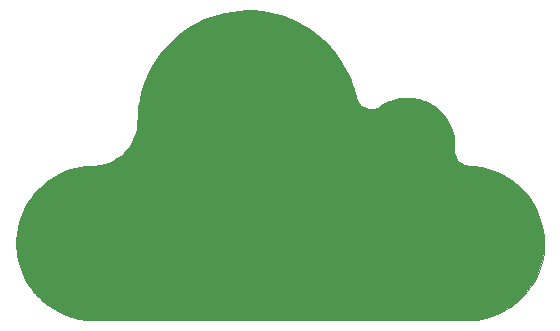
<source format=gbr>
%TF.GenerationSoftware,KiCad,Pcbnew,(6.0.4)*%
%TF.CreationDate,2022-04-09T23:31:34+02:00*%
%TF.ProjectId,cloud,636c6f75-642e-46b6-9963-61645f706362,rev?*%
%TF.SameCoordinates,Original*%
%TF.FileFunction,Legend,Top*%
%TF.FilePolarity,Positive*%
%FSLAX46Y46*%
G04 Gerber Fmt 4.6, Leading zero omitted, Abs format (unit mm)*
G04 Created by KiCad (PCBNEW (6.0.4)) date 2022-04-09 23:31:34*
%MOMM*%
%LPD*%
G01*
G04 APERTURE LIST*
%ADD10C,0.500000*%
%ADD11C,0.010000*%
G04 APERTURE END LIST*
D10*
%TO.C,X1*%
X-3953000Y3429000D02*
G75*
G03*
X-3953000Y3429000I-1000000J0D01*
G01*
%TO.C,N1*%
G36*
X-2253407Y13127244D02*
G01*
X-1635638Y13075447D01*
X-1019535Y12982123D01*
X-870137Y12953091D01*
X-260165Y12808119D01*
X334483Y12624312D01*
X912259Y12402862D01*
X1471613Y12144959D01*
X2010998Y11851796D01*
X2528866Y11524565D01*
X3023667Y11164456D01*
X3493853Y10772662D01*
X3937876Y10350373D01*
X4354188Y9898783D01*
X4741240Y9419082D01*
X5097484Y8912462D01*
X5421371Y8380114D01*
X5660872Y7926960D01*
X5829481Y7569020D01*
X5977818Y7216502D01*
X6110189Y6857685D01*
X6230896Y6480849D01*
X6344244Y6074275D01*
X6351674Y6045709D01*
X6387118Y5913327D01*
X6422910Y5787502D01*
X6456415Y5676948D01*
X6484994Y5590376D01*
X6505446Y5537709D01*
X6577796Y5407701D01*
X6672152Y5275499D01*
X6776668Y5156360D01*
X6861338Y5079356D01*
X7060376Y4947693D01*
X7274304Y4853863D01*
X7498588Y4798856D01*
X7728693Y4783663D01*
X7960085Y4809273D01*
X8027651Y4824696D01*
X8116702Y4849358D01*
X8194889Y4876460D01*
X8271443Y4910538D01*
X8355596Y4956122D01*
X8456581Y5017748D01*
X8569952Y5090975D01*
X8898831Y5283723D01*
X9250778Y5447842D01*
X9613765Y5578047D01*
X9791129Y5627641D01*
X10129470Y5694858D01*
X10486918Y5731933D01*
X10852897Y5738909D01*
X11216831Y5715829D01*
X11568144Y5662735D01*
X11755879Y5619790D01*
X12145370Y5497165D01*
X12516599Y5337416D01*
X12867352Y5142589D01*
X13195417Y4914733D01*
X13498583Y4655894D01*
X13774637Y4368120D01*
X14021366Y4053459D01*
X14236560Y3713959D01*
X14418005Y3351666D01*
X14538108Y3044672D01*
X14632740Y2731374D01*
X14698631Y2419616D01*
X14737271Y2098931D01*
X14750148Y1758851D01*
X14747275Y1574544D01*
X14743760Y1378763D01*
X14747658Y1216687D01*
X14760204Y1080141D01*
X14782631Y960950D01*
X14816175Y850940D01*
X14862071Y741935D01*
X14877985Y709106D01*
X15001170Y507879D01*
X15156672Y332949D01*
X15339669Y188961D01*
X15466908Y113415D01*
X15590712Y57861D01*
X15722969Y18613D01*
X15875569Y-8014D01*
X16023167Y-22932D01*
X16335794Y-50245D01*
X16614075Y-80753D01*
X16865956Y-115751D01*
X17099382Y-156534D01*
X17322298Y-204395D01*
X17542650Y-260630D01*
X17625933Y-284052D01*
X18123398Y-448437D01*
X18599523Y-649195D01*
X19054875Y-886663D01*
X19490023Y-1161176D01*
X19905533Y-1473072D01*
X20301973Y-1822687D01*
X20427741Y-1945425D01*
X20790518Y-2336649D01*
X21115655Y-2747165D01*
X21403205Y-3177089D01*
X21653227Y-3626538D01*
X21865775Y-4095629D01*
X22040906Y-4584479D01*
X22178676Y-5093204D01*
X22279140Y-5621921D01*
X22313063Y-5873750D01*
X22325181Y-6012492D01*
X22333461Y-6183249D01*
X22337975Y-6375884D01*
X22338797Y-6580260D01*
X22335999Y-6786240D01*
X22329656Y-6983686D01*
X22319840Y-7162462D01*
X22306624Y-7312431D01*
X22302424Y-7347121D01*
X22212412Y-7881107D01*
X22083997Y-8397458D01*
X21917275Y-8895944D01*
X21712338Y-9376340D01*
X21469284Y-9838416D01*
X21188207Y-10281947D01*
X20930532Y-10630234D01*
X20842803Y-10735241D01*
X20730697Y-10860320D01*
X20601200Y-10998434D01*
X20461297Y-11142547D01*
X20317972Y-11285626D01*
X20178210Y-11420633D01*
X20048996Y-11540534D01*
X19937314Y-11638294D01*
X19896667Y-11671576D01*
X19628996Y-11871259D01*
X19332747Y-12068545D01*
X19020341Y-12256101D01*
X18704198Y-12426594D01*
X18396738Y-12572690D01*
X18301718Y-12613296D01*
X17897807Y-12763111D01*
X17460158Y-12891975D01*
X16992366Y-12998894D01*
X16742833Y-13044739D01*
X16478250Y-13089531D01*
X105833Y-13092225D01*
X-725937Y-13092352D01*
X-1547508Y-13092457D01*
X-2357852Y-13092541D01*
X-3155943Y-13092604D01*
X-3940753Y-13092647D01*
X-4711256Y-13092669D01*
X-5466425Y-13092672D01*
X-6205233Y-13092655D01*
X-6926654Y-13092618D01*
X-7629660Y-13092563D01*
X-8313224Y-13092489D01*
X-8976321Y-13092397D01*
X-9617922Y-13092287D01*
X-10237001Y-13092159D01*
X-10832532Y-13092013D01*
X-11403487Y-13091851D01*
X-11948839Y-13091672D01*
X-12467563Y-13091477D01*
X-12958630Y-13091265D01*
X-13421014Y-13091038D01*
X-13853689Y-13090795D01*
X-14255626Y-13090538D01*
X-14625801Y-13090265D01*
X-14963185Y-13089978D01*
X-15266752Y-13089677D01*
X-15535474Y-13089362D01*
X-15768326Y-13089034D01*
X-15964281Y-13088692D01*
X-16122311Y-13088338D01*
X-16241389Y-13087971D01*
X-16320490Y-13087592D01*
X-16358585Y-13087200D01*
X-16361833Y-13087083D01*
X-16477461Y-13074902D01*
X-16622149Y-13055624D01*
X-16783604Y-13031216D01*
X-16949535Y-13003639D01*
X-17107649Y-12974859D01*
X-17245654Y-12946840D01*
X-17261683Y-12943310D01*
X-17702792Y-12825922D01*
X-18146494Y-12670935D01*
X-18585441Y-12481896D01*
X-19012287Y-12262356D01*
X-19419684Y-12015865D01*
X-19800286Y-11745972D01*
X-19896667Y-11670220D01*
X-20011416Y-11573329D01*
X-20145055Y-11452914D01*
X-20289053Y-11317313D01*
X-20434880Y-11174865D01*
X-20574006Y-11033910D01*
X-20697900Y-10902788D01*
X-20798033Y-10789838D01*
X-20801972Y-10785163D01*
X-21128574Y-10364720D01*
X-21416942Y-9926198D01*
X-21667140Y-9469453D01*
X-21879230Y-8994338D01*
X-22053277Y-8500711D01*
X-22189343Y-7988425D01*
X-22287491Y-7457336D01*
X-22302502Y-7349407D01*
X-22318303Y-7193895D01*
X-22329718Y-7007410D01*
X-22336746Y-6800097D01*
X-22339387Y-6582102D01*
X-22337641Y-6363571D01*
X-22331508Y-6154651D01*
X-22320988Y-5965487D01*
X-22306081Y-5806226D01*
X-22302524Y-5778500D01*
X-22219155Y-5278484D01*
X-22107888Y-4806365D01*
X-21967076Y-4356825D01*
X-21795070Y-3924549D01*
X-21607432Y-3536724D01*
X-21346294Y-3084567D01*
X-21052343Y-2657291D01*
X-20727572Y-2256466D01*
X-20373976Y-1883663D01*
X-19993551Y-1540452D01*
X-19588290Y-1228403D01*
X-19160188Y-949087D01*
X-18711241Y-704075D01*
X-18243441Y-494935D01*
X-17758785Y-323240D01*
X-17399000Y-223313D01*
X-17188451Y-173886D01*
X-16991614Y-133433D01*
X-16799258Y-100739D01*
X-16602149Y-74592D01*
X-16391054Y-53778D01*
X-16156740Y-37083D01*
X-15889973Y-23294D01*
X-15870764Y-22447D01*
X-15722069Y-14700D01*
X-15574140Y-4764D01*
X-15437096Y6519D01*
X-15321059Y18309D01*
X-15236148Y29762D01*
X-15229417Y30916D01*
X-14844782Y119850D01*
X-14475527Y246863D01*
X-14123948Y409777D01*
X-13792342Y606410D01*
X-13483004Y834582D01*
X-13198231Y1092112D01*
X-12940320Y1376820D01*
X-12711565Y1686526D01*
X-12514265Y2019049D01*
X-12350714Y2372209D01*
X-12223210Y2743825D01*
X-12174682Y2931583D01*
X-12151144Y3040163D01*
X-12131611Y3147560D01*
X-12115439Y3260333D01*
X-12101988Y3385040D01*
X-12090613Y3528238D01*
X-12080674Y3696484D01*
X-12071528Y3896336D01*
X-12065831Y4042833D01*
X-12058100Y4217483D01*
X-12047754Y4400637D01*
X-12035579Y4581131D01*
X-12022364Y4747801D01*
X-12008896Y4889484D01*
X-12001630Y4953000D01*
X-11904023Y5567883D01*
X-11766209Y6171518D01*
X-11589228Y6762183D01*
X-11374120Y7338157D01*
X-11121925Y7897718D01*
X-10833684Y8439146D01*
X-10510437Y8960718D01*
X-10153224Y9460715D01*
X-9763085Y9937415D01*
X-9341060Y10389096D01*
X-8888190Y10814037D01*
X-8405514Y11210517D01*
X-8072424Y11454858D01*
X-7550565Y11794922D01*
X-7009906Y12097715D01*
X-6452494Y12362812D01*
X-5880374Y12589788D01*
X-5295593Y12778216D01*
X-4700198Y12927671D01*
X-4096236Y13037726D01*
X-3485752Y13107958D01*
X-2870793Y13137939D01*
X-2253407Y13127244D01*
G37*
D11*
X-2253407Y13127244D02*
X-1635638Y13075447D01*
X-1019535Y12982123D01*
X-870137Y12953091D01*
X-260165Y12808119D01*
X334483Y12624312D01*
X912259Y12402862D01*
X1471613Y12144959D01*
X2010998Y11851796D01*
X2528866Y11524565D01*
X3023667Y11164456D01*
X3493853Y10772662D01*
X3937876Y10350373D01*
X4354188Y9898783D01*
X4741240Y9419082D01*
X5097484Y8912462D01*
X5421371Y8380114D01*
X5660872Y7926960D01*
X5829481Y7569020D01*
X5977818Y7216502D01*
X6110189Y6857685D01*
X6230896Y6480849D01*
X6344244Y6074275D01*
X6351674Y6045709D01*
X6387118Y5913327D01*
X6422910Y5787502D01*
X6456415Y5676948D01*
X6484994Y5590376D01*
X6505446Y5537709D01*
X6577796Y5407701D01*
X6672152Y5275499D01*
X6776668Y5156360D01*
X6861338Y5079356D01*
X7060376Y4947693D01*
X7274304Y4853863D01*
X7498588Y4798856D01*
X7728693Y4783663D01*
X7960085Y4809273D01*
X8027651Y4824696D01*
X8116702Y4849358D01*
X8194889Y4876460D01*
X8271443Y4910538D01*
X8355596Y4956122D01*
X8456581Y5017748D01*
X8569952Y5090975D01*
X8898831Y5283723D01*
X9250778Y5447842D01*
X9613765Y5578047D01*
X9791129Y5627641D01*
X10129470Y5694858D01*
X10486918Y5731933D01*
X10852897Y5738909D01*
X11216831Y5715829D01*
X11568144Y5662735D01*
X11755879Y5619790D01*
X12145370Y5497165D01*
X12516599Y5337416D01*
X12867352Y5142589D01*
X13195417Y4914733D01*
X13498583Y4655894D01*
X13774637Y4368120D01*
X14021366Y4053459D01*
X14236560Y3713959D01*
X14418005Y3351666D01*
X14538108Y3044672D01*
X14632740Y2731374D01*
X14698631Y2419616D01*
X14737271Y2098931D01*
X14750148Y1758851D01*
X14747275Y1574544D01*
X14743760Y1378763D01*
X14747658Y1216687D01*
X14760204Y1080141D01*
X14782631Y960950D01*
X14816175Y850940D01*
X14862071Y741935D01*
X14877985Y709106D01*
X15001170Y507879D01*
X15156672Y332949D01*
X15339669Y188961D01*
X15466908Y113415D01*
X15590712Y57861D01*
X15722969Y18613D01*
X15875569Y-8014D01*
X16023167Y-22932D01*
X16335794Y-50245D01*
X16614075Y-80753D01*
X16865956Y-115751D01*
X17099382Y-156534D01*
X17322298Y-204395D01*
X17542650Y-260630D01*
X17625933Y-284052D01*
X18123398Y-448437D01*
X18599523Y-649195D01*
X19054875Y-886663D01*
X19490023Y-1161176D01*
X19905533Y-1473072D01*
X20301973Y-1822687D01*
X20427741Y-1945425D01*
X20790518Y-2336649D01*
X21115655Y-2747165D01*
X21403205Y-3177089D01*
X21653227Y-3626538D01*
X21865775Y-4095629D01*
X22040906Y-4584479D01*
X22178676Y-5093204D01*
X22279140Y-5621921D01*
X22313063Y-5873750D01*
X22325181Y-6012492D01*
X22333461Y-6183249D01*
X22337975Y-6375884D01*
X22338797Y-6580260D01*
X22335999Y-6786240D01*
X22329656Y-6983686D01*
X22319840Y-7162462D01*
X22306624Y-7312431D01*
X22302424Y-7347121D01*
X22212412Y-7881107D01*
X22083997Y-8397458D01*
X21917275Y-8895944D01*
X21712338Y-9376340D01*
X21469284Y-9838416D01*
X21188207Y-10281947D01*
X20930532Y-10630234D01*
X20842803Y-10735241D01*
X20730697Y-10860320D01*
X20601200Y-10998434D01*
X20461297Y-11142547D01*
X20317972Y-11285626D01*
X20178210Y-11420633D01*
X20048996Y-11540534D01*
X19937314Y-11638294D01*
X19896667Y-11671576D01*
X19628996Y-11871259D01*
X19332747Y-12068545D01*
X19020341Y-12256101D01*
X18704198Y-12426594D01*
X18396738Y-12572690D01*
X18301718Y-12613296D01*
X17897807Y-12763111D01*
X17460158Y-12891975D01*
X16992366Y-12998894D01*
X16742833Y-13044739D01*
X16478250Y-13089531D01*
X105833Y-13092225D01*
X-725937Y-13092352D01*
X-1547508Y-13092457D01*
X-2357852Y-13092541D01*
X-3155943Y-13092604D01*
X-3940753Y-13092647D01*
X-4711256Y-13092669D01*
X-5466425Y-13092672D01*
X-6205233Y-13092655D01*
X-6926654Y-13092618D01*
X-7629660Y-13092563D01*
X-8313224Y-13092489D01*
X-8976321Y-13092397D01*
X-9617922Y-13092287D01*
X-10237001Y-13092159D01*
X-10832532Y-13092013D01*
X-11403487Y-13091851D01*
X-11948839Y-13091672D01*
X-12467563Y-13091477D01*
X-12958630Y-13091265D01*
X-13421014Y-13091038D01*
X-13853689Y-13090795D01*
X-14255626Y-13090538D01*
X-14625801Y-13090265D01*
X-14963185Y-13089978D01*
X-15266752Y-13089677D01*
X-15535474Y-13089362D01*
X-15768326Y-13089034D01*
X-15964281Y-13088692D01*
X-16122311Y-13088338D01*
X-16241389Y-13087971D01*
X-16320490Y-13087592D01*
X-16358585Y-13087200D01*
X-16361833Y-13087083D01*
X-16477461Y-13074902D01*
X-16622149Y-13055624D01*
X-16783604Y-13031216D01*
X-16949535Y-13003639D01*
X-17107649Y-12974859D01*
X-17245654Y-12946840D01*
X-17261683Y-12943310D01*
X-17702792Y-12825922D01*
X-18146494Y-12670935D01*
X-18585441Y-12481896D01*
X-19012287Y-12262356D01*
X-19419684Y-12015865D01*
X-19800286Y-11745972D01*
X-19896667Y-11670220D01*
X-20011416Y-11573329D01*
X-20145055Y-11452914D01*
X-20289053Y-11317313D01*
X-20434880Y-11174865D01*
X-20574006Y-11033910D01*
X-20697900Y-10902788D01*
X-20798033Y-10789838D01*
X-20801972Y-10785163D01*
X-21128574Y-10364720D01*
X-21416942Y-9926198D01*
X-21667140Y-9469453D01*
X-21879230Y-8994338D01*
X-22053277Y-8500711D01*
X-22189343Y-7988425D01*
X-22287491Y-7457336D01*
X-22302502Y-7349407D01*
X-22318303Y-7193895D01*
X-22329718Y-7007410D01*
X-22336746Y-6800097D01*
X-22339387Y-6582102D01*
X-22337641Y-6363571D01*
X-22331508Y-6154651D01*
X-22320988Y-5965487D01*
X-22306081Y-5806226D01*
X-22302524Y-5778500D01*
X-22219155Y-5278484D01*
X-22107888Y-4806365D01*
X-21967076Y-4356825D01*
X-21795070Y-3924549D01*
X-21607432Y-3536724D01*
X-21346294Y-3084567D01*
X-21052343Y-2657291D01*
X-20727572Y-2256466D01*
X-20373976Y-1883663D01*
X-19993551Y-1540452D01*
X-19588290Y-1228403D01*
X-19160188Y-949087D01*
X-18711241Y-704075D01*
X-18243441Y-494935D01*
X-17758785Y-323240D01*
X-17399000Y-223313D01*
X-17188451Y-173886D01*
X-16991614Y-133433D01*
X-16799258Y-100739D01*
X-16602149Y-74592D01*
X-16391054Y-53778D01*
X-16156740Y-37083D01*
X-15889973Y-23294D01*
X-15870764Y-22447D01*
X-15722069Y-14700D01*
X-15574140Y-4764D01*
X-15437096Y6519D01*
X-15321059Y18309D01*
X-15236148Y29762D01*
X-15229417Y30916D01*
X-14844782Y119850D01*
X-14475527Y246863D01*
X-14123948Y409777D01*
X-13792342Y606410D01*
X-13483004Y834582D01*
X-13198231Y1092112D01*
X-12940320Y1376820D01*
X-12711565Y1686526D01*
X-12514265Y2019049D01*
X-12350714Y2372209D01*
X-12223210Y2743825D01*
X-12174682Y2931583D01*
X-12151144Y3040163D01*
X-12131611Y3147560D01*
X-12115439Y3260333D01*
X-12101988Y3385040D01*
X-12090613Y3528238D01*
X-12080674Y3696484D01*
X-12071528Y3896336D01*
X-12065831Y4042833D01*
X-12058100Y4217483D01*
X-12047754Y4400637D01*
X-12035579Y4581131D01*
X-12022364Y4747801D01*
X-12008896Y4889484D01*
X-12001630Y4953000D01*
X-11904023Y5567883D01*
X-11766209Y6171518D01*
X-11589228Y6762183D01*
X-11374120Y7338157D01*
X-11121925Y7897718D01*
X-10833684Y8439146D01*
X-10510437Y8960718D01*
X-10153224Y9460715D01*
X-9763085Y9937415D01*
X-9341060Y10389096D01*
X-8888190Y10814037D01*
X-8405514Y11210517D01*
X-8072424Y11454858D01*
X-7550565Y11794922D01*
X-7009906Y12097715D01*
X-6452494Y12362812D01*
X-5880374Y12589788D01*
X-5295593Y12778216D01*
X-4700198Y12927671D01*
X-4096236Y13037726D01*
X-3485752Y13107958D01*
X-2870793Y13137939D01*
X-2253407Y13127244D01*
%TD*%
M02*

</source>
